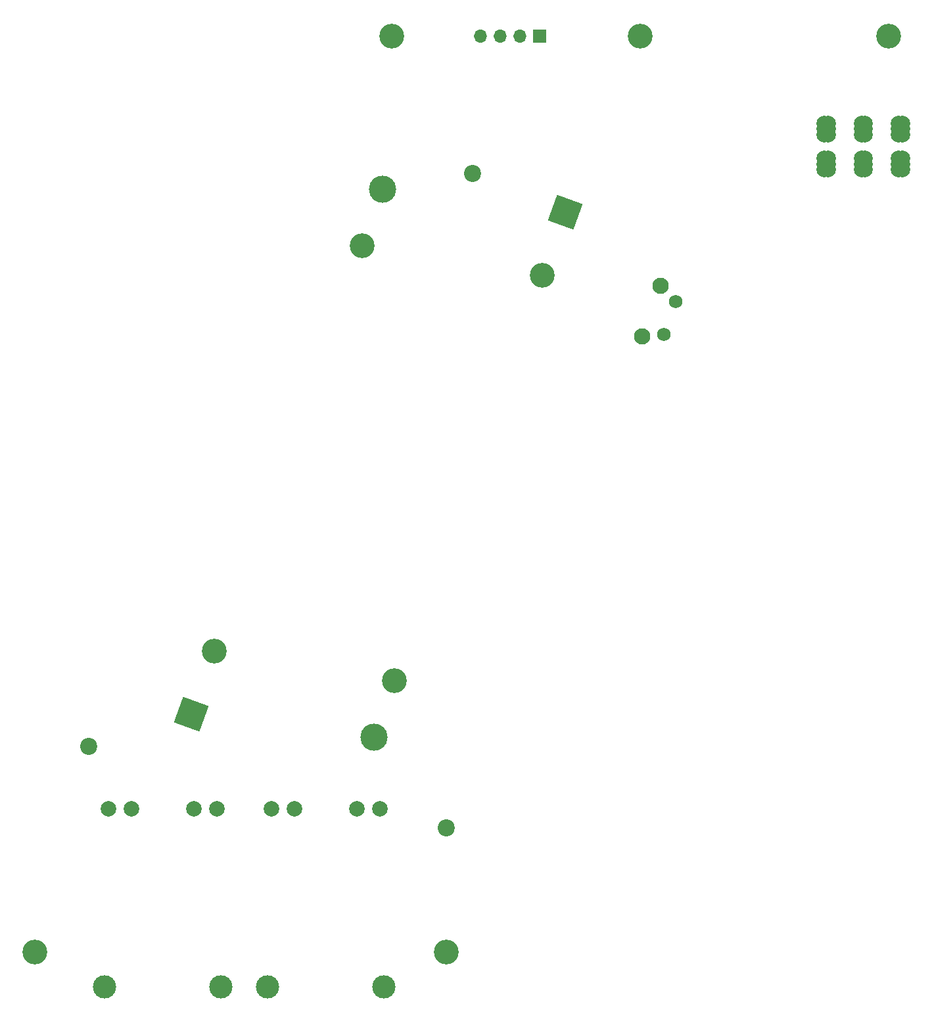
<source format=gbr>
%TF.GenerationSoftware,KiCad,Pcbnew,8.0.3*%
%TF.CreationDate,2025-04-21T22:29:52+02:00*%
%TF.ProjectId,Grip,47726970-2e6b-4696-9361-645f70636258,rev?*%
%TF.SameCoordinates,Original*%
%TF.FileFunction,Soldermask,Bot*%
%TF.FilePolarity,Negative*%
%FSLAX46Y46*%
G04 Gerber Fmt 4.6, Leading zero omitted, Abs format (unit mm)*
G04 Created by KiCad (PCBNEW 8.0.3) date 2025-04-21 22:29:52*
%MOMM*%
%LPD*%
G01*
G04 APERTURE LIST*
G04 Aperture macros list*
%AMRotRect*
0 Rectangle, with rotation*
0 The origin of the aperture is its center*
0 $1 length*
0 $2 width*
0 $3 Rotation angle, in degrees counterclockwise*
0 Add horizontal line*
21,1,$1,$2,0,0,$3*%
G04 Aperture macros list end*
%ADD10C,3.200000*%
%ADD11RotRect,3.500000X3.500000X250.000000*%
%ADD12C,3.500000*%
%ADD13C,2.000000*%
%ADD14C,2.200000*%
%ADD15C,2.100000*%
%ADD16C,1.750000*%
%ADD17RotRect,3.500000X3.500000X70.000000*%
%ADD18C,3.000000*%
%ADD19R,1.700000X1.700000*%
%ADD20O,1.700000X1.700000*%
G04 APERTURE END LIST*
D10*
%TO.C,BT1*%
X123355962Y-67794712D03*
X104336224Y-120051021D03*
D11*
X126312727Y-59671069D03*
D12*
X101687279Y-127328934D03*
%TD*%
D13*
%TO.C,SW1*%
X169250000Y-54200000D03*
X169750000Y-54200000D03*
X169250000Y-53450000D03*
X169750000Y-53450000D03*
X169250000Y-52700000D03*
X169750000Y-52700000D03*
X169250000Y-49700000D03*
X169750000Y-49700000D03*
X169250000Y-48950000D03*
X169750000Y-48950000D03*
X169250000Y-48200000D03*
X169750000Y-48200000D03*
X164500000Y-49700000D03*
X165000000Y-49700000D03*
X164500000Y-48950000D03*
X165000000Y-48950000D03*
X164500000Y-48200000D03*
X165000000Y-48200000D03*
X159750000Y-49700000D03*
X160250000Y-49700000D03*
X159750000Y-48950000D03*
X160250000Y-48950000D03*
X159750000Y-48200000D03*
X160250000Y-48200000D03*
X165000000Y-54200000D03*
X164500000Y-54199999D03*
X164500000Y-53450000D03*
X165000000Y-53450000D03*
X164500000Y-52700000D03*
X165000000Y-52700000D03*
X159750000Y-54200000D03*
X160250001Y-54200000D03*
X159750000Y-53450000D03*
X160250000Y-53450000D03*
X159750000Y-52700000D03*
X160250000Y-52700000D03*
%TD*%
D14*
%TO.C,REF\u002A\u002A*%
X111000000Y-139000000D03*
%TD*%
D15*
%TO.C,SW2*%
X138641036Y-69118118D03*
X136243476Y-75705364D03*
D16*
X140553344Y-71144365D03*
X139014253Y-75372982D03*
%TD*%
D10*
%TO.C,REF\u002A\u002A*%
X58000000Y-155000000D03*
%TD*%
%TO.C,REF\u002A\u002A*%
X168000000Y-37000000D03*
%TD*%
%TO.C,BT2*%
X81144039Y-116205289D03*
X100163781Y-63948979D03*
D17*
X78187274Y-124328932D03*
D12*
X102812722Y-56671066D03*
%TD*%
D10*
%TO.C,REF\u002A\u002A*%
X104000000Y-37000000D03*
%TD*%
%TO.C,REF\u002A\u002A*%
X111000000Y-155000000D03*
%TD*%
D18*
%TO.C,REF\u002A\u002A*%
X67000000Y-159500000D03*
D13*
X67500000Y-136500000D03*
X70500000Y-136500000D03*
X78500000Y-136500000D03*
X81500000Y-136500000D03*
D18*
X82000000Y-159500000D03*
%TD*%
D14*
%TO.C,REF\u002A\u002A*%
X65000000Y-128500000D03*
%TD*%
D18*
%TO.C,REF\u002A\u002A*%
X88000000Y-159500000D03*
D13*
X88500000Y-136500000D03*
X91500000Y-136500000D03*
X99500000Y-136500000D03*
X102500000Y-136500000D03*
D18*
X103000000Y-159500000D03*
%TD*%
D19*
%TO.C,REF\u002A\u002A*%
X123040000Y-37000000D03*
D20*
X120500000Y-37000000D03*
X117960001Y-37000000D03*
X115420000Y-37000000D03*
%TD*%
D10*
%TO.C,REF\u002A\u002A*%
X136000000Y-37000000D03*
%TD*%
D14*
%TO.C,REF\u002A\u002A*%
X114400000Y-54700000D03*
%TD*%
M02*

</source>
